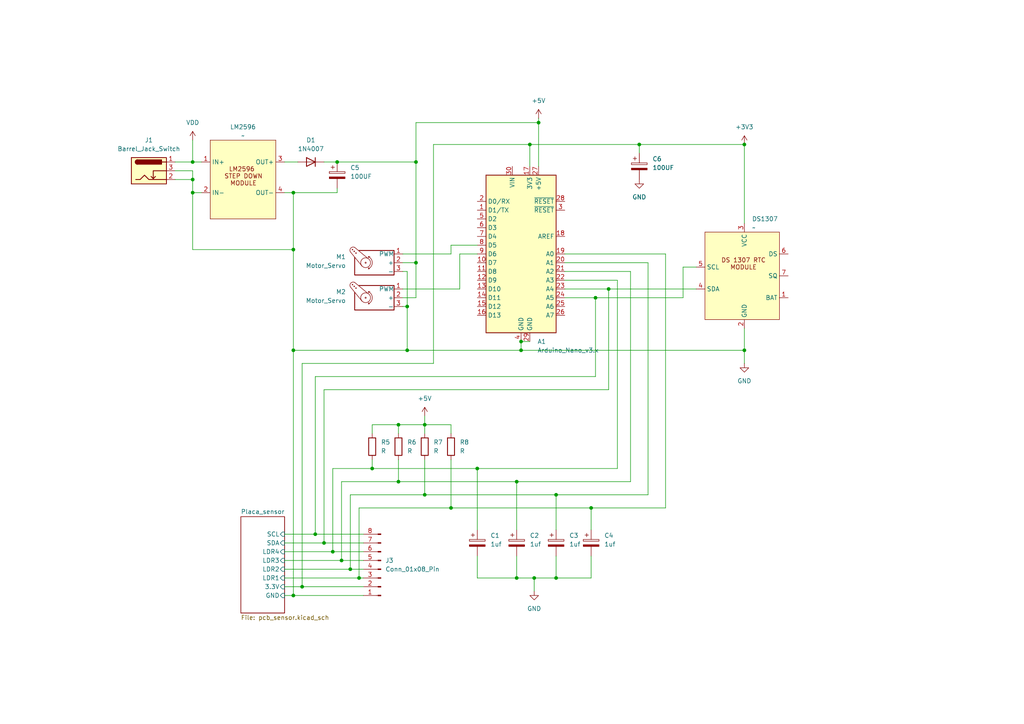
<source format=kicad_sch>
(kicad_sch (version 20231120) (generator "eeschema") (generator_version "8.0")
  (paper "A4")
  (lib_symbols
    (symbol "Device:C_Polarized" (pin_numbers hide) (pin_names (offset 0.254))
      (property "Reference" "C" (at 0.635 2.54 0))
      (property "Value" "C_Polarized" (at 0.635 -2.54 0))
      (symbol "C_Polarized_0_1"
        (rectangle (start -2.286 0.508) (end 2.286 1.016))
        (polyline (pts (xy -1.778 2.286) (xy -0.762 2.286)))
        (polyline (pts (xy -1.27 2.794) (xy -1.27 1.778)))
        (rectangle (start 2.286 -0.508) (end -2.286 -1.016) (fill (type outline)))
      )
      (symbol "C_Polarized_1_1"
        (pin passive line (at 0 3.81 270) (length 2.794) (name "~") (number "1"))
        (pin passive line (at 0 -3.81 90) (length 2.794) (name "~") (number "2"))
      )
    )
    (symbol "Device:R" (pin_numbers hide) (pin_names (offset 0))
      (property "Reference" "R" (at 2.032 0 90))
      (property "Value" "R" (at 0 0 90))
      (symbol "R_0_1"
        (rectangle (start -1.016 -2.54) (end 1.016 2.54) (stroke (width 0.254)))
      )
      (symbol "R_1_1"
        (pin passive line (at 0 3.81 270) (length 1.27) (name "~") (number "1"))
        (pin passive line (at 0 -3.81 90) (length 1.27) (name "~") (number "2"))
      )
    )
    (symbol "Diode:1N4007" (pin_numbers hide) (pin_names hide)
      (property "Reference" "D" (at 0 2.54 0))
      (property "Value" "1N4007" (at 0 -2.54 0))
      (symbol "1N4007_0_1"
        (polyline (pts (xy -1.27 1.27) (xy -1.27 -1.27)) (stroke (width 0.254)))
        (polyline (pts (xy 1.27 0) (xy -1.27 0)))
        (polyline (pts (xy 1.27 1.27) (xy 1.27 -1.27) (xy -1.27 0) (xy 1.27 1.27)) (stroke (width 0.254)))
      )
      (symbol "1N4007_1_1"
        (pin passive line (at -3.81 0 0) (length 2.54) (name "K") (number "1"))
        (pin passive line (at 3.81 0 180) (length 2.54) (name "A") (number "2"))
      )
    )
    (symbol "Motor:Motor_Servo" (pin_names (offset 0.0254))
      (property "Reference" "M" (at -5.08 4.445 0))
      (property "Value" "Motor_Servo" (at -5.08 -4.064 0))
      (symbol "Motor_Servo_0_1"
        (polyline (pts (xy 2.413 -1.778) (xy 2.032 -1.778)))
        (polyline (pts (xy 2.413 -1.778) (xy 2.286 -1.397)))
        (polyline (pts (xy 2.413 1.778) (xy 1.905 1.778)))
        (polyline (pts (xy 2.413 1.778) (xy 2.286 1.397)))
        (polyline (pts (xy 6.35 4.445) (xy 2.54 1.27)))
        (polyline (pts (xy 7.62 3.175) (xy 4.191 -1.016)))
        (polyline (pts (xy 5.08 3.556) (xy -5.08 3.556) (xy -5.08 -3.556) (xy 6.35 -3.556) (xy 6.35 1.524)) (stroke (width 0.254)))
        (arc (start 2.413 1.778) (mid 1.2406 0) (end 2.413 -1.778))
        (circle (center 3.175 0) (radius 0.1778))
        (circle (center 3.175 0) (radius 1.4224))
        (circle (center 5.969 2.794) (radius 0.127))
        (circle (center 6.477 3.302) (radius 0.127))
        (circle (center 6.985 3.81) (radius 0.127))
        (arc (start 7.62 3.175) (mid 7.4485 4.2735) (end 6.35 4.445))
      )
      (symbol "Motor_Servo_1_1"
        (pin passive line (at -7.62 2.54 0) (length 2.54) (name "PWM") (number "1"))
        (pin passive line (at -7.62 0 0) (length 2.54) (name "+") (number "2"))
        (pin passive line (at -7.62 -2.54 0) (length 2.54) (name "-") (number "3"))
      )
    )
    (symbol "arduino_modulos:DS_1307_RTC_Module"
      (property "Reference" "DS1307" (at 0 0.254 0))
      (symbol "DS_1307_RTC_Module_1_1"
        (rectangle (start -11.43 13.97) (end 10.16 -11.43) (fill (type background)))
        (text "DS 1307 RTC\nMODULE" (at -0.254 4.826 0) (effects (font (size 1.27 1.27))))
        (pin output line (at 12.7 -5.08 180) (length 2.54) (name "BAT") (number "1"))
        (pin power_in line (at 0 -13.97 90) (length 2.54) (name "GND") (number "2"))
        (pin power_in line (at 0 16.51 270) (length 2.54) (name "VCC") (number "3"))
        (pin output line (at -13.97 -2.54 0) (length 2.54) (name "SDA") (number "4"))
        (pin input line (at -13.97 3.81 0) (length 2.54) (name "SCL") (number "5"))
        (pin input line (at 12.7 7.62 180) (length 2.54) (name "DS") (number "6"))
        (pin input line (at 12.7 1.27 180) (length 2.54) (name "SQ") (number "7"))
      )
    )
    (symbol "arduino_modulos:LM_2596_Step_Down_Module"
      (property "Reference" "LM2596" (at -0.508 8.636 0))
      (symbol "LM_2596_Step_Down_Module_1_1"
        (rectangle (start -10.16 10.16) (end 8.89 -12.7) (fill (type background)))
        (text "LM2596 \nSTEP DOWN\nMODULE" (at -0.508 -0.254 0) (effects (font (size 1.27 1.27))))
        (pin power_in line (at -12.7 3.81 0) (length 2.54) (name "IN+") (number "1"))
        (pin power_in line (at -12.7 -5.08 0) (length 2.54) (name "IN-") (number "2"))
        (pin power_out line (at 11.43 3.81 180) (length 2.54) (name "OUT+") (number "3"))
        (pin power_out line (at 11.43 -5.08 180) (length 2.54) (name "OUT-") (number "4"))
      )
    )
    (symbol "power:GND" (power) (pin_numbers hide) (pin_names (offset 0) hide)
      (property "Value" "GND" (at 0 -3.81 0))
      (symbol "GND_0_1"
        (polyline (pts (xy 0 0) (xy 0 -1.27) (xy 1.27 -1.27) (xy 0 -2.54) (xy -1.27 -1.27) (xy 0 -1.27)))
      )
      (symbol "GND_1_1"
        (pin power_in line (at 0 0 270) (length 0) (name "~") (number "1"))
      )
    )
    (symbol "power:VDD" (power) (pin_numbers hide) (pin_names (offset 0) hide)
      (property "Value" "VDD" (at 0 3.556 0))
      (symbol "VDD_0_1"
        (polyline (pts (xy -0.762 1.27) (xy 0 2.54)))
        (polyline (pts (xy 0 0) (xy 0 2.54)))
        (polyline (pts (xy 0 2.54) (xy 0.762 1.27)))
      )
      (symbol "VDD_1_1"
        (pin power_in line (at 0 0 90) (length 0) (name "~") (number "1"))
      )
    )
    (symbol "solar_tracker:+3V3" (power) (pin_names (offset 0))
      (property "Value" "+3V3" (at 0 3.556 0))
      (symbol "+3V3_0_1"
        (polyline (pts (xy -0.762 1.27) (xy 0 2.54)))
        (polyline (pts (xy 0 0) (xy 0 2.54)))
        (polyline (pts (xy 0 2.54) (xy 0.762 1.27)))
      )
      (symbol "+3V3_1_1"
        (pin power_in line (at 0 0 90) (length 0) hide (name "+3V3") (number "1"))
      )
    )
    (symbol "solar_tracker:+5V" (power) (pin_numbers hide) (pin_names (offset 0) hide)
      (property "Value" "+5V" (at 0 3.556 0))
      (symbol "+5V_0_1"
        (polyline (pts (xy -0.762 1.27) (xy 0 2.54)))
        (polyline (pts (xy 0 0) (xy 0 2.54)))
        (polyline (pts (xy 0 2.54) (xy 0.762 1.27)))
      )
      (symbol "+5V_1_1"
        (pin power_in line (at 0 0 90) (length 0) (name "~") (number "1"))
      )
    )
    (symbol "solar_tracker:Arduino_Nano_v3.x"
      (property "Reference" "A" (at -10.16 23.495 0))
      (property "Value" "Arduino_Nano_v3.x" (at 5.08 -24.13 0))
      (symbol "Arduino_Nano_v3.x_0_1"
        (rectangle (start -10.16 22.86) (end 10.16 -22.86) (stroke (width 0.254)) (fill (type background)))
      )
      (symbol "Arduino_Nano_v3.x_1_1"
        (pin bidirectional line (at -12.7 12.7 0) (length 2.54) (name "D1/TX") (number "1"))
        (pin bidirectional line (at -12.7 -2.54 0) (length 2.54) (name "D7") (number "10"))
        (pin bidirectional line (at -12.7 -5.08 0) (length 2.54) (name "D8") (number "11"))
        (pin bidirectional line (at -12.7 -7.62 0) (length 2.54) (name "D9") (number "12"))
        (pin bidirectional line (at -12.7 -10.16 0) (length 2.54) (name "D10") (number "13"))
        (pin bidirectional line (at -12.7 -12.7 0) (length 2.54) (name "D11") (number "14"))
        (pin bidirectional line (at -12.7 -15.24 0) (length 2.54) (name "D12") (number "15"))
        (pin bidirectional line (at -12.7 -17.78 0) (length 2.54) (name "D13") (number "16"))
        (pin power_out line (at 2.54 25.4 270) (length 2.54) (name "3V3") (number "17"))
        (pin input line (at 12.7 5.08 180) (length 2.54) (name "AREF") (number "18"))
        (pin bidirectional line (at 12.7 0 180) (length 2.54) (name "A0") (number "19"))
        (pin bidirectional line (at -12.7 15.24 0) (length 2.54) (name "D0/RX") (number "2"))
        (pin bidirectional line (at 12.7 -2.54 180) (length 2.54) (name "A1") (number "20"))
        (pin bidirectional line (at 12.7 -5.08 180) (length 2.54) (name "A2") (number "21"))
        (pin bidirectional line (at 12.7 -7.62 180) (length 2.54) (name "A3") (number "22"))
        (pin bidirectional line (at 12.7 -10.16 180) (length 2.54) (name "A4") (number "23"))
        (pin bidirectional line (at 12.7 -12.7 180) (length 2.54) (name "A5") (number "24"))
        (pin bidirectional line (at 12.7 -15.24 180) (length 2.54) (name "A6") (number "25"))
        (pin bidirectional line (at 12.7 -17.78 180) (length 2.54) (name "A7") (number "26"))
        (pin power_out line (at 5.08 25.4 270) (length 2.54) (name "+5V") (number "27"))
        (pin input line (at 12.7 15.24 180) (length 2.54) (name "~{RESET}") (number "28"))
        (pin power_in line (at 2.54 -25.4 90) (length 2.54) (name "GND") (number "29"))
        (pin input line (at 12.7 12.7 180) (length 2.54) (name "~{RESET}") (number "3"))
        (pin power_in line (at -2.54 25.4 270) (length 2.54) (name "VIN") (number "30"))
        (pin power_in line (at 0 -25.4 90) (length 2.54) (name "GND") (number "4"))
        (pin bidirectional line (at -12.7 10.16 0) (length 2.54) (name "D2") (number "5"))
        (pin bidirectional line (at -12.7 7.62 0) (length 2.54) (name "D3") (number "6"))
        (pin bidirectional line (at -12.7 5.08 0) (length 2.54) (name "D4") (number "7"))
        (pin bidirectional line (at -12.7 2.54 0) (length 2.54) (name "D5") (number "8"))
        (pin bidirectional line (at -12.7 0 0) (length 2.54) (name "D6") (number "9"))
      )
    )
    (symbol "solar_tracker:Barrel_Jack_Switch" (pin_names hide)
      (property "Reference" "J" (at 0 5.334 0))
      (property "Value" "Barrel_Jack_Switch" (at 0 -5.08 0))
      (symbol "Barrel_Jack_Switch_0_1"
        (rectangle (start -5.08 3.81) (end 5.08 -3.81) (stroke (width 0.254)) (fill (type background)))
        (arc (start -3.302 3.175) (mid -3.9343 2.54) (end -3.302 1.905) (stroke (width 0.254)))
        (arc (start -3.302 3.175) (mid -3.9343 2.54) (end -3.302 1.905) (stroke (width 0.254)) (fill (type outline)))
        (polyline (pts (xy 1.27 -2.286) (xy 1.905 -1.651)) (stroke (width 0.254)))
        (polyline (pts (xy 5.08 2.54) (xy 3.81 2.54)) (stroke (width 0.254)))
        (polyline (pts (xy 5.08 0) (xy 1.27 0) (xy 1.27 -2.286) (xy 0.635 -1.651)) (stroke (width 0.254)))
        (polyline (pts (xy -3.81 -2.54) (xy -2.54 -2.54) (xy -1.27 -1.27) (xy 0 -2.54) (xy 2.54 -2.54) (xy 5.08 -2.54)) (stroke (width 0.254)))
        (rectangle (start 3.683 3.175) (end -3.302 1.905) (stroke (width 0.254)) (fill (type outline)))
      )
      (symbol "Barrel_Jack_Switch_1_1"
        (pin passive line (at 7.62 2.54 180) (length 2.54) (name "~") (number "1"))
        (pin passive line (at 7.62 -2.54 180) (length 2.54) (name "~") (number "2"))
        (pin passive line (at 7.62 0 180) (length 2.54) (name "~") (number "3"))
      )
    )
    (symbol "solar_tracker:Conn_01x08_Pin" (pin_names (offset 1.016) hide)
      (property "Reference" "J" (at 0 10.16 0))
      (property "Value" "Conn_01x08_Pin" (at 0 -12.7 0))
      (symbol "Conn_01x08_Pin_1_1"
        (polyline (pts (xy 1.27 -10.16) (xy 0.8636 -10.16)) (stroke (width 0.1524)))
        (polyline (pts (xy 1.27 -7.62) (xy 0.8636 -7.62)) (stroke (width 0.1524)))
        (polyline (pts (xy 1.27 -5.08) (xy 0.8636 -5.08)) (stroke (width 0.1524)))
        (polyline (pts (xy 1.27 -2.54) (xy 0.8636 -2.54)) (stroke (width 0.1524)))
        (polyline (pts (xy 1.27 0) (xy 0.8636 0)) (stroke (width 0.1524)))
        (polyline (pts (xy 1.27 2.54) (xy 0.8636 2.54)) (stroke (width 0.1524)))
        (polyline (pts (xy 1.27 5.08) (xy 0.8636 5.08)) (stroke (width 0.1524)))
        (polyline (pts (xy 1.27 7.62) (xy 0.8636 7.62)) (stroke (width 0.1524)))
        (rectangle (start 0.8636 -10.033) (end 0 -10.287) (stroke (width 0.1524)) (fill (type outline)))
        (rectangle (start 0.8636 -7.493) (end 0 -7.747) (stroke (width 0.1524)) (fill (type outline)))
        (rectangle (start 0.8636 -4.953) (end 0 -5.207) (stroke (width 0.1524)) (fill (type outline)))
        (rectangle (start 0.8636 -2.413) (end 0 -2.667) (stroke (width 0.1524)) (fill (type outline)))
        (rectangle (start 0.8636 0.127) (end 0 -0.127) (stroke (width 0.1524)) (fill (type outline)))
        (rectangle (start 0.8636 2.667) (end 0 2.413) (stroke (width 0.1524)) (fill (type outline)))
        (rectangle (start 0.8636 5.207) (end 0 4.953) (stroke (width 0.1524)) (fill (type outline)))
        (rectangle (start 0.8636 7.747) (end 0 7.493) (stroke (width 0.1524)) (fill (type outline)))
        (pin passive line (at 5.08 7.62 180) (length 3.81) (name "Pin_1") (number "1"))
        (pin passive line (at 5.08 5.08 180) (length 3.81) (name "Pin_2") (number "2"))
        (pin passive line (at 5.08 2.54 180) (length 3.81) (name "Pin_3") (number "3"))
        (pin passive line (at 5.08 0 180) (length 3.81) (name "Pin_4") (number "4"))
        (pin passive line (at 5.08 -2.54 180) (length 3.81) (name "Pin_5") (number "5"))
        (pin passive line (at 5.08 -5.08 180) (length 3.81) (name "Pin_6") (number "6"))
        (pin passive line (at 5.08 -7.62 180) (length 3.81) (name "Pin_7") (number "7"))
        (pin passive line (at 5.08 -10.16 180) (length 3.81) (name "Pin_8") (number "8"))
      )
    )
    (symbol "solar_tracker:GND" (power) (pin_numbers hide) (pin_names (offset 0) hide)
      (property "Value" "GND" (at 0 -3.81 0))
      (symbol "GND_0_1"
        (polyline (pts (xy 0 0) (xy 0 -1.27) (xy 1.27 -1.27) (xy 0 -2.54) (xy -1.27 -1.27) (xy 0 -1.27)))
      )
      (symbol "GND_1_1"
        (pin power_in line (at 0 0 270) (length 0) (name "~") (number "1"))
      )
    )
  )
  (junction (at 156.21 35.56))
  (junction (at 130.81 147.32))
  (junction (at 55.88 55.88))
  (junction (at 120.65 46.99))
  (junction (at 87.63 170.18))
  (junction (at 96.52 160.02))
  (junction (at 176.53 83.82))
  (junction (at 55.88 46.99))
  (junction (at 85.09 101.6))
  (junction (at 93.98 157.48))
  (junction (at 85.09 55.88))
  (junction (at 118.11 88.9))
  (junction (at 153.67 41.91))
  (junction (at 99.06 162.56))
  (junction (at 107.95 135.89))
  (junction (at 85.09 72.39))
  (junction (at 138.43 135.89))
  (junction (at 55.88 52.07))
  (junction (at 161.29 143.51))
  (junction (at 151.13 99.06))
  (junction (at 123.19 143.51))
  (junction (at 104.14 167.64))
  (junction (at 101.6 165.1))
  (junction (at 161.29 167.64))
  (junction (at 97.79 46.99))
  (junction (at 115.57 123.19))
  (junction (at 123.19 123.19))
  (junction (at 185.42 41.91))
  (junction (at 120.65 76.2))
  (junction (at 91.44 154.94))
  (junction (at 172.72 86.36))
  (junction (at 215.9 101.6))
  (junction (at 115.57 139.7))
  (junction (at 118.11 101.6))
  (junction (at 85.09 172.72))
  (junction (at 171.45 147.32))
  (junction (at 149.86 167.64))
  (junction (at 151.13 101.6))
  (junction (at 215.9 41.91))
  (junction (at 149.86 139.7))
  (junction (at 154.94 167.64))
  (wire (pts (xy 154.94 171.45) (xy 154.94 167.64)))
  (wire (pts (xy 93.98 113.03) (xy 93.98 157.48)))
  (wire (pts (xy 101.6 143.51) (xy 101.6 165.1)))
  (wire (pts (xy 130.81 123.19) (xy 130.81 125.73)))
  (wire (pts (xy 55.88 55.88) (xy 58.42 55.88)))
  (wire (pts (xy 99.06 162.56) (xy 105.41 162.56)))
  (wire (pts (xy 149.86 139.7) (xy 149.86 153.67)))
  (wire (pts (xy 93.98 157.48) (xy 105.41 157.48)))
  (wire (pts (xy 118.11 101.6) (xy 151.13 101.6)))
  (wire (pts (xy 161.29 153.67) (xy 161.29 143.51)))
  (wire (pts (xy 82.55 154.94) (xy 91.44 154.94)))
  (wire (pts (xy 85.09 55.88) (xy 85.09 72.39)))
  (wire (pts (xy 50.8 46.99) (xy 55.88 46.99)))
  (wire (pts (xy 138.43 167.64) (xy 149.86 167.64)))
  (wire (pts (xy 123.19 143.51) (xy 101.6 143.51)))
  (wire (pts (xy 179.07 81.28) (xy 179.07 135.89)))
  (wire (pts (xy 82.55 160.02) (xy 96.52 160.02)))
  (wire (pts (xy 187.96 76.2) (xy 187.96 143.51)))
  (wire (pts (xy 151.13 99.06) (xy 153.67 99.06)))
  (wire (pts (xy 215.9 95.25) (xy 215.9 101.6)))
  (wire (pts (xy 130.81 73.66) (xy 116.84 73.66)))
  (wire (pts (xy 171.45 147.32) (xy 171.45 153.67)))
  (wire (pts (xy 185.42 41.91) (xy 153.67 41.91)))
  (wire (pts (xy 138.43 161.29) (xy 138.43 167.64)))
  (wire (pts (xy 176.53 83.82) (xy 176.53 113.03)))
  (wire (pts (xy 107.95 135.89) (xy 96.52 135.89)))
  (wire (pts (xy 172.72 86.36) (xy 172.72 109.22)))
  (wire (pts (xy 96.52 135.89) (xy 96.52 160.02)))
  (wire (pts (xy 215.9 105.41) (xy 215.9 101.6)))
  (wire (pts (xy 93.98 46.99) (xy 97.79 46.99)))
  (wire (pts (xy 156.21 34.29) (xy 156.21 35.56)))
  (wire (pts (xy 120.65 46.99) (xy 120.65 76.2)))
  (wire (pts (xy 161.29 167.64) (xy 171.45 167.64)))
  (wire (pts (xy 193.04 73.66) (xy 193.04 147.32)))
  (wire (pts (xy 82.55 55.88) (xy 85.09 55.88)))
  (wire (pts (xy 115.57 123.19) (xy 115.57 125.73)))
  (wire (pts (xy 198.12 86.36) (xy 172.72 86.36)))
  (wire (pts (xy 123.19 143.51) (xy 161.29 143.51)))
  (wire (pts (xy 138.43 135.89) (xy 138.43 153.67)))
  (wire (pts (xy 149.86 161.29) (xy 149.86 167.64)))
  (wire (pts (xy 87.63 105.41) (xy 87.63 170.18)))
  (wire (pts (xy 115.57 123.19) (xy 123.19 123.19)))
  (wire (pts (xy 82.55 157.48) (xy 93.98 157.48)))
  (wire (pts (xy 82.55 165.1) (xy 101.6 165.1)))
  (wire (pts (xy 130.81 147.32) (xy 130.81 133.35)))
  (wire (pts (xy 97.79 55.88) (xy 85.09 55.88)))
  (wire (pts (xy 87.63 170.18) (xy 105.41 170.18)))
  (wire (pts (xy 118.11 88.9) (xy 116.84 88.9)))
  (wire (pts (xy 120.65 35.56) (xy 156.21 35.56)))
  (wire (pts (xy 151.13 99.06) (xy 151.13 101.6)))
  (wire (pts (xy 85.09 101.6) (xy 85.09 172.72)))
  (wire (pts (xy 87.63 105.41) (xy 125.73 105.41)))
  (wire (pts (xy 82.55 46.99) (xy 86.36 46.99)))
  (wire (pts (xy 82.55 170.18) (xy 87.63 170.18)))
  (wire (pts (xy 107.95 123.19) (xy 115.57 123.19)))
  (wire (pts (xy 99.06 139.7) (xy 99.06 162.56)))
  (wire (pts (xy 107.95 135.89) (xy 138.43 135.89)))
  (wire (pts (xy 82.55 172.72) (xy 85.09 172.72)))
  (wire (pts (xy 215.9 41.91) (xy 185.42 41.91)))
  (wire (pts (xy 101.6 165.1) (xy 105.41 165.1)))
  (wire (pts (xy 123.19 120.65) (xy 123.19 123.19)))
  (wire (pts (xy 123.19 133.35) (xy 123.19 143.51)))
  (wire (pts (xy 149.86 139.7) (xy 182.88 139.7)))
  (wire (pts (xy 201.93 77.47) (xy 198.12 77.47)))
  (wire (pts (xy 85.09 172.72) (xy 105.41 172.72)))
  (wire (pts (xy 82.55 167.64) (xy 104.14 167.64)))
  (wire (pts (xy 130.81 147.32) (xy 104.14 147.32)))
  (wire (pts (xy 118.11 78.74) (xy 118.11 88.9)))
  (wire (pts (xy 55.88 72.39) (xy 85.09 72.39)))
  (wire (pts (xy 163.83 86.36) (xy 172.72 86.36)))
  (wire (pts (xy 193.04 147.32) (xy 171.45 147.32)))
  (wire (pts (xy 55.88 55.88) (xy 55.88 72.39)))
  (wire (pts (xy 120.65 76.2) (xy 120.65 86.36)))
  (wire (pts (xy 153.67 41.91) (xy 153.67 48.26)))
  (wire (pts (xy 55.88 40.64) (xy 55.88 46.99)))
  (wire (pts (xy 107.95 133.35) (xy 107.95 135.89)))
  (wire (pts (xy 163.83 83.82) (xy 176.53 83.82)))
  (wire (pts (xy 93.98 113.03) (xy 176.53 113.03)))
  (wire (pts (xy 104.14 167.64) (xy 105.41 167.64)))
  (wire (pts (xy 149.86 167.64) (xy 154.94 167.64)))
  (wire (pts (xy 138.43 135.89) (xy 179.07 135.89)))
  (wire (pts (xy 156.21 35.56) (xy 156.21 48.26)))
  (wire (pts (xy 130.81 71.12) (xy 138.43 71.12)))
  (wire (pts (xy 97.79 54.61) (xy 97.79 55.88)))
  (wire (pts (xy 201.93 83.82) (xy 176.53 83.82)))
  (wire (pts (xy 85.09 101.6) (xy 118.11 101.6)))
  (wire (pts (xy 55.88 46.99) (xy 58.42 46.99)))
  (wire (pts (xy 163.83 78.74) (xy 182.88 78.74)))
  (wire (pts (xy 115.57 139.7) (xy 99.06 139.7)))
  (wire (pts (xy 55.88 49.53) (xy 55.88 52.07)))
  (wire (pts (xy 154.94 167.64) (xy 161.29 167.64)))
  (wire (pts (xy 172.72 109.22) (xy 91.44 109.22)))
  (wire (pts (xy 171.45 147.32) (xy 130.81 147.32)))
  (wire (pts (xy 149.86 139.7) (xy 115.57 139.7)))
  (wire (pts (xy 171.45 167.64) (xy 171.45 161.29)))
  (wire (pts (xy 82.55 162.56) (xy 99.06 162.56)))
  (wire (pts (xy 91.44 154.94) (xy 105.41 154.94)))
  (wire (pts (xy 55.88 52.07) (xy 55.88 55.88)))
  (wire (pts (xy 215.9 101.6) (xy 151.13 101.6)))
  (wire (pts (xy 123.19 123.19) (xy 130.81 123.19)))
  (wire (pts (xy 163.83 76.2) (xy 187.96 76.2)))
  (wire (pts (xy 115.57 133.35) (xy 115.57 139.7)))
  (wire (pts (xy 163.83 81.28) (xy 179.07 81.28)))
  (wire (pts (xy 116.84 78.74) (xy 118.11 78.74)))
  (wire (pts (xy 133.35 83.82) (xy 133.35 73.66)))
  (wire (pts (xy 130.81 73.66) (xy 130.81 71.12)))
  (wire (pts (xy 123.19 123.19) (xy 123.19 125.73)))
  (wire (pts (xy 50.8 49.53) (xy 55.88 49.53)))
  (wire (pts (xy 125.73 41.91) (xy 153.67 41.91)))
  (wire (pts (xy 161.29 161.29) (xy 161.29 167.64)))
  (wire (pts (xy 163.83 73.66) (xy 193.04 73.66)))
  (wire (pts (xy 185.42 44.45) (xy 185.42 41.91)))
  (wire (pts (xy 133.35 73.66) (xy 138.43 73.66)))
  (wire (pts (xy 104.14 147.32) (xy 104.14 167.64)))
  (wire (pts (xy 120.65 86.36) (xy 116.84 86.36)))
  (wire (pts (xy 50.8 52.07) (xy 55.88 52.07)))
  (wire (pts (xy 96.52 160.02) (xy 105.41 160.02)))
  (wire (pts (xy 215.9 64.77) (xy 215.9 41.91)))
  (wire (pts (xy 120.65 46.99) (xy 120.65 35.56)))
  (wire (pts (xy 118.11 88.9) (xy 118.11 101.6)))
  (wire (pts (xy 116.84 83.82) (xy 133.35 83.82)))
  (wire (pts (xy 116.84 76.2) (xy 120.65 76.2)))
  (wire (pts (xy 85.09 72.39) (xy 85.09 101.6)))
  (wire (pts (xy 182.88 78.74) (xy 182.88 139.7)))
  (wire (pts (xy 107.95 125.73) (xy 107.95 123.19)))
  (wire (pts (xy 91.44 109.22) (xy 91.44 154.94)))
  (wire (pts (xy 97.79 46.99) (xy 120.65 46.99)))
  (wire (pts (xy 198.12 77.47) (xy 198.12 86.36)))
  (wire (pts (xy 161.29 143.51) (xy 187.96 143.51)))
  (wire (pts (xy 125.73 105.41) (xy 125.73 41.91)))
  (symbol (lib_id "Device:R") (at 130.81 129.54 0) (unit 1)
    (property "Reference" "R8" (at 133.35 128.2699 0) (effects (justify left)))
    (property "Value" "R" (at 133.35 130.8099 0) (effects (justify left)))
    (property "Footprint" "solar_tracker:resistor_250mw_12mm" (effects (hide yes)))
    (property "Description" "Resistor" (effects (hide yes)))
  )
  (symbol (lib_id "solar_tracker:Barrel_Jack_Switch") (at 43.18 49.53 0) (unit 1)
    (property "Reference" "J1" (at 43.18 40.64 0))
    (property "Value" "Barrel_Jack_Switch" (at 43.18 43.18 0))
    (property "Footprint" "solar_tracker:BarrelJack_Horizontal" (effects (hide yes)))
    (property "Description" "DC Barrel Jack with an internal switch" (effects (hide yes)))
  )
  (symbol (lib_id "Device:C_Polarized") (at 149.86 157.48 0) (unit 1)
    (property "Reference" "C2" (at 153.67 155.3209 0) (effects (justify left)))
    (property "Value" "1uf" (at 153.67 157.8609 0) (effects (justify left)))
    (property "Footprint" "Capacitor_THT:CP_Radial_D6.3mm_P2.50mm" (effects (hide yes)))
    (property "Description" "Polarized capacitor" (effects (hide yes)))
  )
  (symbol (lib_id "Device:R") (at 115.57 129.54 0) (unit 1)
    (property "Reference" "R6" (at 118.11 128.2699 0) (effects (justify left)))
    (property "Value" "R" (at 118.11 130.8099 0) (effects (justify left)))
    (property "Footprint" "solar_tracker:resistor_250mw_12mm" (effects (hide yes)))
    (property "Description" "Resistor" (effects (hide yes)))
  )
  (symbol (lib_id "arduino_modulos:LM_2596_Step_Down_Module") (at 71.12 50.8 0) (unit 1)
    (property "Reference" "LM2596" (at 70.485 36.83 0))
    (property "Value" "~" (at 70.485 39.37 0))
    (property "Footprint" "arduino_modulos:LM2596_Step_Down_module" (effects (hide yes)))
  )
  (symbol (lib_id "solar_tracker:Arduino_Nano_v3.x") (at 151.13 73.66 0) (unit 1)
    (property "Reference" "A1" (at 155.8641 99.06 0) (effects (justify left)))
    (property "Value" "Arduino_Nano_v3.x" (at 155.8641 101.6 0) (effects (justify left)))
    (property "Footprint" "solar_tracker:Arduino_Nano" (effects (hide yes)))
    (property "Datasheet" "http://www.mouser.com/pdfdocs/Gravitech_Arduino_Nano3_0.pdf" (effects (hide yes)))
    (property "Description" "Arduino Nano v3.x" (effects (hide yes)))
  )
  (symbol (lib_id "solar_tracker:+5V") (at 156.21 34.29 0) (unit 1)
    (property "Reference" "#PWR06" (effects (hide yes)))
    (property "Value" "+5V" (at 156.21 29.21 0))
    (property "Description" "Power symbol creates a global label with name \"+5V\"" (effects (hide yes)))
  )
  (symbol (lib_id "Device:R") (at 123.19 129.54 0) (unit 1)
    (property "Reference" "R7" (at 125.73 128.2699 0) (effects (justify left)))
    (property "Value" "R" (at 125.73 130.8099 0) (effects (justify left)))
    (property "Footprint" "solar_tracker:resistor_250mw_12mm" (effects (hide yes)))
    (property "Description" "Resistor" (effects (hide yes)))
  )
  (symbol (lib_id "solar_tracker:GND") (at 154.94 171.45 0) (unit 1)
    (property "Reference" "#PWR08" (effects (hide yes)))
    (property "Value" "GND" (at 154.94 176.53 0))
    (property "Description" "Power symbol creates a global label with name \"GND\" , ground" (effects (hide yes)))
  )
  (symbol (lib_id "Device:R") (at 107.95 129.54 0) (unit 1)
    (property "Reference" "R5" (at 110.49 128.2699 0) (effects (justify left)))
    (property "Value" "R" (at 110.49 130.8099 0) (effects (justify left)))
    (property "Footprint" "solar_tracker:resistor_250mw_12mm" (effects (hide yes)))
    (property "Description" "Resistor" (effects (hide yes)))
  )
  (symbol (lib_id "power:GND") (at 215.9 105.41 0) (unit 1)
    (property "Reference" "#PWR07" (effects (hide yes)))
    (property "Value" "GND" (at 215.9 110.49 0))
    (property "Description" "Power symbol creates a global label with name \"GND\" , ground" (effects (hide yes)))
  )
  (symbol (lib_id "solar_tracker:GND") (at 185.42 52.07 0) (unit 1)
    (property "Reference" "#PWR09" (effects (hide yes)))
    (property "Value" "GND" (at 185.42 57.15 0))
    (property "Description" "Power symbol creates a global label with name \"GND\" , ground" (effects (hide yes)))
  )
  (symbol (lib_id "solar_tracker:Conn_01x08_Pin") (at 110.49 165.1 180) (unit 1)
    (property "Reference" "J3" (at 111.76 162.5599 0) (effects (justify right)))
    (property "Value" "Conn_01x08_Pin" (at 111.76 165.0999 0) (effects (justify right)))
    (property "Footprint" "solar_tracker:PinHeader_1x08_P2.54mm_Vertical_large_pad" (effects (hide yes)))
    (property "Description" "Generic connector, single row, 01x08, script generated" (effects (hide yes)))
  )
  (symbol (lib_id "Device:C_Polarized") (at 171.45 157.48 0) (unit 1)
    (property "Reference" "C4" (at 175.26 155.3209 0) (effects (justify left)))
    (property "Value" "1uf" (at 175.26 157.8609 0) (effects (justify left)))
    (property "Footprint" "Capacitor_THT:CP_Radial_D6.3mm_P2.50mm" (effects (hide yes)))
    (property "Description" "Polarized capacitor" (effects (hide yes)))
  )
  (symbol (lib_id "Device:C_Polarized") (at 138.43 157.48 0) (unit 1)
    (property "Reference" "C1" (at 142.24 155.3209 0) (effects (justify left)))
    (property "Value" "1uf" (at 142.24 157.8609 0) (effects (justify left)))
    (property "Footprint" "Capacitor_THT:CP_Radial_D6.3mm_P2.50mm" (effects (hide yes)))
    (property "Description" "Polarized capacitor" (effects (hide yes)))
  )
  (symbol (lib_id "Diode:1N4007") (at 90.17 46.99 0) (mirror y) (unit 1)
    (property "Reference" "D1" (at 90.17 40.64 0))
    (property "Value" "1N4007" (at 90.17 43.18 0))
    (property "Footprint" "Diode_THT:D_DO-41_SOD81_P10.16mm_Horizontal" (effects (hide yes)))
    (property "Datasheet" "http://www.vishay.com/docs/88503/1n4001.pdf" (effects (hide yes)))
    (property "Description" "1000V 1A General Purpose Rectifier Diode, DO-41" (effects (hide yes)))
    (property "Sim.Device" "D" (effects (hide yes)))
    (property "Sim.Pins" "1=K 2=A" (effects (hide yes)))
  )
  (symbol (lib_id "Device:C_Polarized") (at 185.42 48.26 0) (unit 1)
    (property "Reference" "C6" (at 189.23 46.1009 0) (effects (justify left)))
    (property "Value" "100UF" (at 189.23 48.6409 0) (effects (justify left)))
    (property "Footprint" "Capacitor_THT:CP_Radial_D6.3mm_P2.50mm" (effects (hide yes)))
    (property "Description" "Polarized capacitor" (effects (hide yes)))
  )
  (symbol (lib_id "Device:C_Polarized") (at 161.29 157.48 0) (unit 1)
    (property "Reference" "C3" (at 165.1 155.3209 0) (effects (justify left)))
    (property "Value" "1uf" (at 165.1 157.8609 0) (effects (justify left)))
    (property "Footprint" "Capacitor_THT:CP_Radial_D6.3mm_P2.50mm" (effects (hide yes)))
    (property "Description" "Polarized capacitor" (effects (hide yes)))
  )
  (symbol (lib_id "solar_tracker:+5V") (at 123.19 120.65 0) (unit 1)
    (property "Reference" "#PWR02" (effects (hide yes)))
    (property "Value" "+5V" (at 123.19 115.57 0))
    (property "Description" "Power symbol creates a global label with name \"+5V\"" (effects (hide yes)))
  )
  (symbol (lib_id "Motor:Motor_Servo") (at 109.22 86.36 0) (mirror y) (unit 1)
    (property "Reference" "M2" (at 100.33 84.6565 0) (effects (justify left)))
    (property "Value" "Motor_Servo" (at 100.33 87.1965 0) (effects (justify left)))
    (property "Footprint" "solar_tracker:PinHeader_1x03_P2.54mm_Vertical" (effects (hide yes)))
    (property "Datasheet" "http://forums.parallax.com/uploads/attachments/46831/74481.png" (effects (hide yes)))
    (property "Description" "Servo Motor (Futaba, HiTec, JR connector)" (effects (hide yes)))
  )
  (symbol (lib_id "power:VDD") (at 55.88 40.64 0) (unit 1)
    (property "Reference" "#PWR010" (effects (hide yes)))
    (property "Value" "VDD" (at 55.88 35.56 0))
    (property "Description" "Power symbol creates a global label with name \"VDD\"" (effects (hide yes)))
  )
  (symbol (lib_id "arduino_modulos:DS_1307_RTC_Module") (at 215.9 81.28 0) (unit 1)
    (property "Reference" "DS1307" (at 218.0941 63.5 0) (effects (justify left)))
    (property "Value" "~" (at 218.0941 66.04 0) (effects (justify left)))
    (property "Footprint" "arduino_modulos:DS1307_RTC_MODULE" (effects (hide yes)))
  )
  (symbol (lib_id "solar_tracker:+3V3") (at 215.9 41.91 0) (unit 1)
    (property "Reference" "#PWR05" (effects (hide yes)))
    (property "Value" "+3V3" (at 215.9 36.83 0))
    (property "Description" "Power symbol creates a global label with name \"+3V3\"" (effects (hide yes)))
  )
  (symbol (lib_id "Device:C_Polarized") (at 97.79 50.8 0) (unit 1)
    (property "Reference" "C5" (at 101.6 48.6409 0) (effects (justify left)))
    (property "Value" "100UF" (at 101.6 51.1809 0) (effects (justify left)))
    (property "Footprint" "Capacitor_THT:CP_Radial_D6.3mm_P2.50mm" (effects (hide yes)))
    (property "Description" "Polarized capacitor" (effects (hide yes)))
  )
  (symbol (lib_id "Motor:Motor_Servo") (at 109.22 76.2 0) (mirror y) (unit 1)
    (property "Reference" "M1" (at 100.33 74.4965 0) (effects (justify left)))
    (property "Value" "Motor_Servo" (at 100.33 77.0365 0) (effects (justify left)))
    (property "Footprint" "solar_tracker:PinHeader_1x03_P2.54mm_Vertical" (effects (hide yes)))
    (property "Datasheet" "http://forums.parallax.com/uploads/attachments/46831/74481.png" (effects (hide yes)))
    (property "Description" "Servo Motor (Futaba, HiTec, JR connector)" (effects (hide yes)))
  )
  (sheet (at 69.85 149.86) (size 12.7 27.94) (stroke (width 0.1524))
    (property "Sheetname" "Placa_sensor" (at 69.85 149.1484 0) (effects (justify left bottom)))
    (property "Sheetfile" "pcb_sensor.kicad_sch" (at 69.85 178.3846 0) (effects (justify left top)))
    (pin "LDR1" input (at 82.55 167.64 0))
    (pin "SCL" input (at 82.55 154.94 0))
    (pin "3.3V" input (at 82.55 170.18 0))
    (pin "SDA" input (at 82.55 157.48 0))
    (pin "GND" input (at 82.55 172.72 0))
    (pin "LDR2" input (at 82.55 165.1 0))
    (pin "LDR3" input (at 82.55 162.56 0))
    (pin "LDR4" input (at 82.55 160.02 0))
  )
)
</source>
